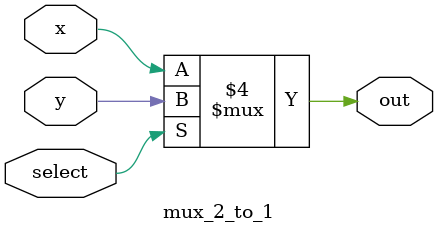
<source format=v>
`ifndef MUX_2_TO_1
`define MUX_2_TO_1

/* 2 to 1 mux */
module mux_2_to_1(x, y, select, out);
    parameter bits = 1;
    input [(bits - 1):0] x;
    input [(bits - 1):0] y;
    input select;
    output reg [(bits - 1):0] out;
    always @(*) begin
        if (!select) out = x;
        else out = y;
    end
endmodule

`endif

</source>
